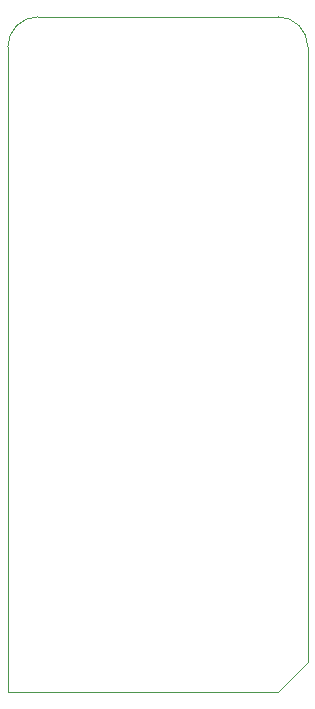
<source format=gbr>
G04 #@! TF.GenerationSoftware,KiCad,Pcbnew,(5.1.5)-3*
G04 #@! TF.CreationDate,2020-01-28T18:53:24+01:00*
G04 #@! TF.ProjectId,CAN SPI Isolated v2.0,43414e20-5350-4492-9049-736f6c617465,rev?*
G04 #@! TF.SameCoordinates,Original*
G04 #@! TF.FileFunction,Profile,NP*
%FSLAX46Y46*%
G04 Gerber Fmt 4.6, Leading zero omitted, Abs format (unit mm)*
G04 Created by KiCad (PCBNEW (5.1.5)-3) date 2020-01-28 18:53:24*
%MOMM*%
%LPD*%
G04 APERTURE LIST*
%ADD10C,0.050000*%
G04 APERTURE END LIST*
D10*
X99060000Y-120650000D02*
G75*
G02X101600000Y-123190000I0J-2540000D01*
G01*
X76200000Y-123190000D02*
G75*
G02X78740000Y-120650000I2540000J0D01*
G01*
X101600000Y-123190000D02*
X101600000Y-175260000D01*
X78740000Y-120650000D02*
X99060000Y-120650000D01*
X76200000Y-177800000D02*
X76200000Y-123190000D01*
X99060000Y-177800000D02*
X101600000Y-175260000D01*
X76200000Y-177800000D02*
X99060000Y-177800000D01*
M02*

</source>
